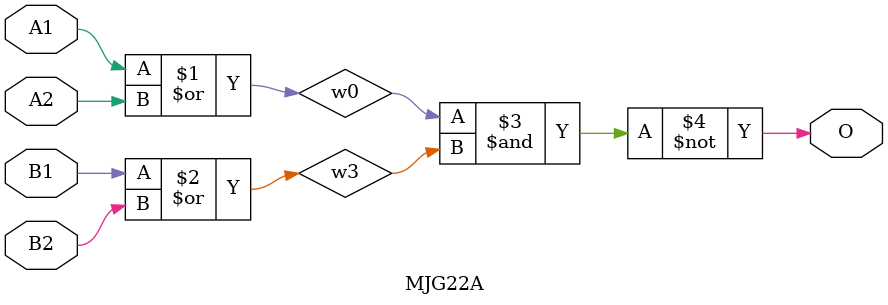
<source format=v>
module MJG22A(A1, A2, B1, B2, O);
input   A1;
input   A2;
input   B1;
input   B2;
output  O;
or g0(w0, A1, A2);
or g1(w3, B1, B2);
nand g2(O, w0, w3);
endmodule
</source>
